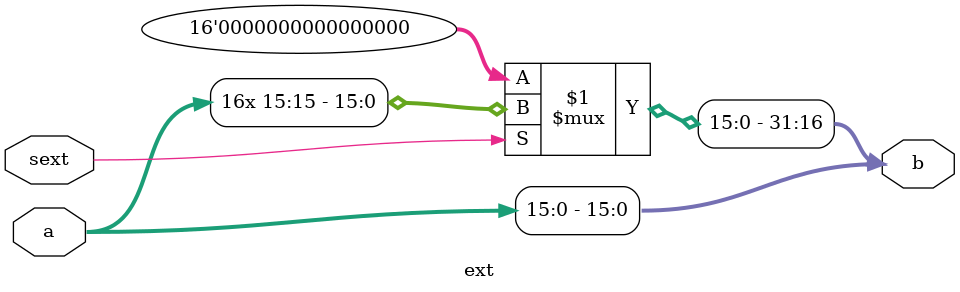
<source format=v>
`timescale 1ns / 1ps


module ext #(parameter WIDTH = 16)(
    input [WIDTH - 1 : 0] a,//ÊäÈëÊý¾Ý£¬Êý¾Ý¿í¶È¿ÉÒÔ¸ù¾ÝÐèÒª×ÔÐÐ¶¨Òå
    input sext,//sext ÓÐÐ§Îª·ûºÅÀ©Õ¹£¬·ñÔò 0 À©Õ¹
    output [31 : 0] b//32 Î»Êä³öÊý¾Ý
    );
    assign b = {sext ? {32 - WIDTH{a[WIDTH - 1]}} : {32 - WIDTH{1'b0}}, a[WIDTH - 1 : 0]};
endmodule

</source>
